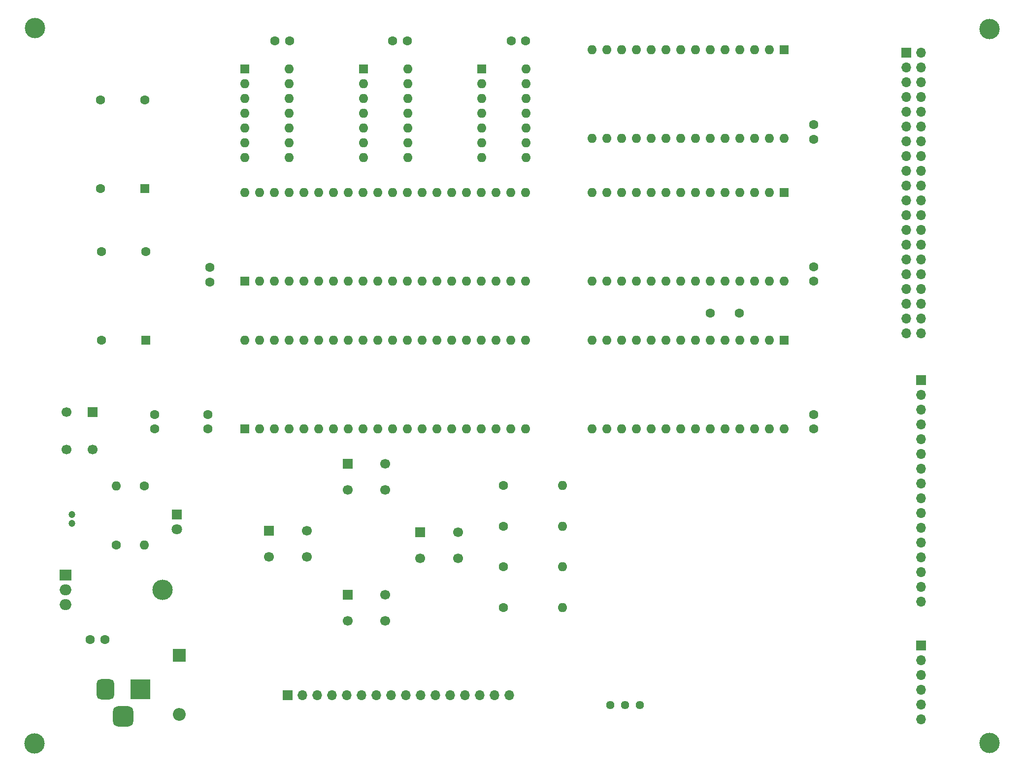
<source format=gbr>
%TF.GenerationSoftware,KiCad,Pcbnew,(6.0.7)*%
%TF.CreationDate,2022-09-03T14:48:31-04:00*%
%TF.ProjectId,6502,36353032-2e6b-4696-9361-645f70636258,1.1*%
%TF.SameCoordinates,Original*%
%TF.FileFunction,Soldermask,Top*%
%TF.FilePolarity,Negative*%
%FSLAX46Y46*%
G04 Gerber Fmt 4.6, Leading zero omitted, Abs format (unit mm)*
G04 Created by KiCad (PCBNEW (6.0.7)) date 2022-09-03 14:48:31*
%MOMM*%
%LPD*%
G01*
G04 APERTURE LIST*
G04 Aperture macros list*
%AMRoundRect*
0 Rectangle with rounded corners*
0 $1 Rounding radius*
0 $2 $3 $4 $5 $6 $7 $8 $9 X,Y pos of 4 corners*
0 Add a 4 corners polygon primitive as box body*
4,1,4,$2,$3,$4,$5,$6,$7,$8,$9,$2,$3,0*
0 Add four circle primitives for the rounded corners*
1,1,$1+$1,$2,$3*
1,1,$1+$1,$4,$5*
1,1,$1+$1,$6,$7*
1,1,$1+$1,$8,$9*
0 Add four rect primitives between the rounded corners*
20,1,$1+$1,$2,$3,$4,$5,0*
20,1,$1+$1,$4,$5,$6,$7,0*
20,1,$1+$1,$6,$7,$8,$9,0*
20,1,$1+$1,$8,$9,$2,$3,0*%
G04 Aperture macros list end*
%ADD10C,1.200000*%
%ADD11R,1.700000X1.700000*%
%ADD12C,1.700000*%
%ADD13O,1.700000X1.700000*%
%ADD14R,1.600000X1.600000*%
%ADD15O,1.600000X1.600000*%
%ADD16C,3.500000*%
%ADD17C,1.600000*%
%ADD18R,1.800000X1.800000*%
%ADD19C,1.800000*%
%ADD20RoundRect,0.875000X-0.875000X-0.875000X0.875000X-0.875000X0.875000X0.875000X-0.875000X0.875000X0*%
%ADD21RoundRect,0.750000X-0.750000X-1.000000X0.750000X-1.000000X0.750000X1.000000X-0.750000X1.000000X0*%
%ADD22R,3.500000X3.500000*%
%ADD23C,1.440000*%
%ADD24O,2.000000X1.905000*%
%ADD25R,2.000000X1.905000*%
%ADD26O,3.500000X3.500000*%
%ADD27R,2.200000X2.200000*%
%ADD28O,2.200000X2.200000*%
G04 APERTURE END LIST*
D10*
%TO.C,C1*%
X79649400Y-116213400D03*
X79649400Y-114713400D03*
%TD*%
D11*
%TO.C,SW4*%
X127016600Y-105932600D03*
D12*
X133516600Y-105932600D03*
X127016600Y-110432600D03*
X133516600Y-110432600D03*
%TD*%
%TO.C,SW5*%
X133516600Y-128432600D03*
D11*
X127016600Y-128432600D03*
D12*
X133516600Y-132932600D03*
X127016600Y-132932600D03*
%TD*%
D11*
%TO.C,J5*%
X225597800Y-91536600D03*
D13*
X225597800Y-94076600D03*
X225597800Y-96616600D03*
X225597800Y-99156600D03*
X225597800Y-101696600D03*
X225597800Y-104236600D03*
X225597800Y-106776600D03*
X225597800Y-109316600D03*
X225597800Y-111856600D03*
X225597800Y-114396600D03*
X225597800Y-116936600D03*
X225597800Y-119476600D03*
X225597800Y-122016600D03*
X225597800Y-124556600D03*
X225597800Y-127096600D03*
X225597800Y-129636600D03*
%TD*%
D11*
%TO.C,J2*%
X223067000Y-35222600D03*
D13*
X225607000Y-35222600D03*
X223067000Y-37762600D03*
X225607000Y-37762600D03*
X223067000Y-40302600D03*
X225607000Y-40302600D03*
X223067000Y-42842600D03*
X225607000Y-42842600D03*
X223067000Y-45382600D03*
X225607000Y-45382600D03*
X223067000Y-47922600D03*
X225607000Y-47922600D03*
X223067000Y-50462600D03*
X225607000Y-50462600D03*
X223067000Y-53002600D03*
X225607000Y-53002600D03*
X223067000Y-55542600D03*
X225607000Y-55542600D03*
X223067000Y-58082600D03*
X225607000Y-58082600D03*
X223067000Y-60622600D03*
X225607000Y-60622600D03*
X223067000Y-63162600D03*
X225607000Y-63162600D03*
X223067000Y-65702600D03*
X225607000Y-65702600D03*
X223067000Y-68242600D03*
X225607000Y-68242600D03*
X223067000Y-70782600D03*
X225607000Y-70782600D03*
X223067000Y-73322600D03*
X225607000Y-73322600D03*
X223067000Y-75862600D03*
X225607000Y-75862600D03*
X223067000Y-78402600D03*
X225607000Y-78402600D03*
X223067000Y-80942600D03*
X225607000Y-80942600D03*
X223067000Y-83482600D03*
X225607000Y-83482600D03*
%TD*%
D14*
%TO.C,U3*%
X202058400Y-34756800D03*
D15*
X199518400Y-34756800D03*
X196978400Y-34756800D03*
X194438400Y-34756800D03*
X191898400Y-34756800D03*
X189358400Y-34756800D03*
X186818400Y-34756800D03*
X184278400Y-34756800D03*
X181738400Y-34756800D03*
X179198400Y-34756800D03*
X176658400Y-34756800D03*
X174118400Y-34756800D03*
X171578400Y-34756800D03*
X169038400Y-34756800D03*
X169038400Y-49996800D03*
X171578400Y-49996800D03*
X174118400Y-49996800D03*
X176658400Y-49996800D03*
X179198400Y-49996800D03*
X181738400Y-49996800D03*
X184278400Y-49996800D03*
X186818400Y-49996800D03*
X189358400Y-49996800D03*
X191898400Y-49996800D03*
X194438400Y-49996800D03*
X196978400Y-49996800D03*
X199518400Y-49996800D03*
X202058400Y-49996800D03*
%TD*%
D16*
%TO.C,SW*%
X73219400Y-154040200D03*
%TD*%
D17*
%TO.C,C11*%
X155124200Y-33218200D03*
X157624200Y-33218200D03*
%TD*%
D14*
%TO.C,U2*%
X109372400Y-74574400D03*
D15*
X111912400Y-74574400D03*
X114452400Y-74574400D03*
X116992400Y-74574400D03*
X119532400Y-74574400D03*
X122072400Y-74574400D03*
X124612400Y-74574400D03*
X127152400Y-74574400D03*
X129692400Y-74574400D03*
X132232400Y-74574400D03*
X134772400Y-74574400D03*
X137312400Y-74574400D03*
X139852400Y-74574400D03*
X142392400Y-74574400D03*
X144932400Y-74574400D03*
X147472400Y-74574400D03*
X150012400Y-74574400D03*
X152552400Y-74574400D03*
X155092400Y-74574400D03*
X157632400Y-74574400D03*
X157632400Y-59334400D03*
X155092400Y-59334400D03*
X152552400Y-59334400D03*
X150012400Y-59334400D03*
X147472400Y-59334400D03*
X144932400Y-59334400D03*
X142392400Y-59334400D03*
X139852400Y-59334400D03*
X137312400Y-59334400D03*
X134772400Y-59334400D03*
X132232400Y-59334400D03*
X129692400Y-59334400D03*
X127152400Y-59334400D03*
X124612400Y-59334400D03*
X122072400Y-59334400D03*
X119532400Y-59334400D03*
X116992400Y-59334400D03*
X114452400Y-59334400D03*
X111912400Y-59334400D03*
X109372400Y-59334400D03*
%TD*%
D16*
%TO.C,SE*%
X237354200Y-153938600D03*
%TD*%
D18*
%TO.C,D2*%
X97683400Y-114646400D03*
D19*
X97683400Y-117186400D03*
%TD*%
D17*
%TO.C,C9*%
X85277400Y-136155400D03*
X82777400Y-136155400D03*
%TD*%
%TO.C,C5*%
X207157400Y-97449400D03*
X207157400Y-99949400D03*
%TD*%
%TO.C,R2*%
X87269400Y-119883000D03*
D15*
X87269400Y-109723000D03*
%TD*%
D17*
%TO.C,C4*%
X207157400Y-72049400D03*
X207157400Y-74549400D03*
%TD*%
D12*
%TO.C,SW2*%
X120016600Y-117432600D03*
D11*
X113516600Y-117432600D03*
D12*
X113516600Y-121932600D03*
X120016600Y-121932600D03*
%TD*%
D17*
%TO.C,R1*%
X92095400Y-109723000D03*
D15*
X92095400Y-119883000D03*
%TD*%
D14*
%TO.C,U5*%
X109372400Y-99974400D03*
D15*
X111912400Y-99974400D03*
X114452400Y-99974400D03*
X116992400Y-99974400D03*
X119532400Y-99974400D03*
X122072400Y-99974400D03*
X124612400Y-99974400D03*
X127152400Y-99974400D03*
X129692400Y-99974400D03*
X132232400Y-99974400D03*
X134772400Y-99974400D03*
X137312400Y-99974400D03*
X139852400Y-99974400D03*
X142392400Y-99974400D03*
X144932400Y-99974400D03*
X147472400Y-99974400D03*
X150012400Y-99974400D03*
X152552400Y-99974400D03*
X155092400Y-99974400D03*
X157632400Y-99974400D03*
X157632400Y-84734400D03*
X155092400Y-84734400D03*
X152552400Y-84734400D03*
X150012400Y-84734400D03*
X147472400Y-84734400D03*
X144932400Y-84734400D03*
X142392400Y-84734400D03*
X139852400Y-84734400D03*
X137312400Y-84734400D03*
X134772400Y-84734400D03*
X132232400Y-84734400D03*
X129692400Y-84734400D03*
X127152400Y-84734400D03*
X124612400Y-84734400D03*
X122072400Y-84734400D03*
X119532400Y-84734400D03*
X116992400Y-84734400D03*
X114452400Y-84734400D03*
X111912400Y-84734400D03*
X109372400Y-84734400D03*
%TD*%
D14*
%TO.C,X2*%
X92197000Y-58618200D03*
D17*
X92197000Y-43378200D03*
X84577000Y-43378200D03*
X84577000Y-58618200D03*
%TD*%
D20*
%TO.C,J1*%
X88427400Y-149397900D03*
D21*
X85427400Y-144697900D03*
D22*
X91427400Y-144697900D03*
%TD*%
D17*
%TO.C,R4*%
X153766600Y-116662600D03*
D15*
X163926600Y-116662600D03*
%TD*%
D17*
%TO.C,C3*%
X103022400Y-97454400D03*
X103022400Y-99954400D03*
%TD*%
D12*
%TO.C,SW3*%
X146016600Y-117682600D03*
D11*
X139516600Y-117682600D03*
D12*
X146016600Y-122182600D03*
X139516600Y-122182600D03*
%TD*%
D15*
%TO.C,U9*%
X117014200Y-38039200D03*
X117014200Y-40579200D03*
X117014200Y-43119200D03*
X117014200Y-45659200D03*
X117014200Y-48199200D03*
X117014200Y-50739200D03*
X117014200Y-53279200D03*
X109394200Y-53279200D03*
X109394200Y-50739200D03*
X109394200Y-48199200D03*
X109394200Y-45659200D03*
X109394200Y-43119200D03*
X109394200Y-40579200D03*
D14*
X109394200Y-38039200D03*
%TD*%
D23*
%TO.C,RV1*%
X177236200Y-147467400D03*
X174696200Y-147467400D03*
X172156200Y-147467400D03*
%TD*%
D17*
%TO.C,C7*%
X93873400Y-99949400D03*
X93873400Y-97449400D03*
%TD*%
D13*
%TO.C,J4*%
X225572000Y-149930800D03*
X225572000Y-147390800D03*
X225572000Y-144850800D03*
X225572000Y-142310800D03*
X225572000Y-139770800D03*
D11*
X225572000Y-137230800D03*
%TD*%
D17*
%TO.C,C12*%
X207128200Y-50134200D03*
X207128200Y-47634200D03*
%TD*%
%TO.C,C6*%
X134773400Y-33218200D03*
X137273400Y-33218200D03*
%TD*%
D14*
%TO.C,U7*%
X129739600Y-38039200D03*
D15*
X129739600Y-40579200D03*
X129739600Y-43119200D03*
X129739600Y-45659200D03*
X129739600Y-48199200D03*
X129739600Y-50739200D03*
X129739600Y-53279200D03*
X137359600Y-53279200D03*
X137359600Y-50739200D03*
X137359600Y-48199200D03*
X137359600Y-45659200D03*
X137359600Y-43119200D03*
X137359600Y-40579200D03*
X137359600Y-38039200D03*
%TD*%
D17*
%TO.C,C2*%
X103327200Y-72206800D03*
X103327200Y-74706800D03*
%TD*%
%TO.C,R3*%
X153766600Y-109682600D03*
D15*
X163926600Y-109682600D03*
%TD*%
%TO.C,U6*%
X157705000Y-38039200D03*
X157705000Y-40579200D03*
X157705000Y-43119200D03*
X157705000Y-45659200D03*
X157705000Y-48199200D03*
X157705000Y-50739200D03*
X157705000Y-53279200D03*
X150085000Y-53279200D03*
X150085000Y-50739200D03*
X150085000Y-48199200D03*
X150085000Y-45659200D03*
X150085000Y-43119200D03*
X150085000Y-40579200D03*
D14*
X150085000Y-38039200D03*
%TD*%
D12*
%TO.C,SW1*%
X83227400Y-103535400D03*
D11*
X83227400Y-97035400D03*
D12*
X78727400Y-97035400D03*
X78727400Y-103535400D03*
%TD*%
D17*
%TO.C,R5*%
X153766600Y-123662600D03*
D15*
X163926600Y-123662600D03*
%TD*%
D14*
%TO.C,U4*%
X202092400Y-59324400D03*
D15*
X199552400Y-59324400D03*
X197012400Y-59324400D03*
X194472400Y-59324400D03*
X191932400Y-59324400D03*
X189392400Y-59324400D03*
X186852400Y-59324400D03*
X184312400Y-59324400D03*
X181772400Y-59324400D03*
X179232400Y-59324400D03*
X176692400Y-59324400D03*
X174152400Y-59324400D03*
X171612400Y-59324400D03*
X169072400Y-59324400D03*
X169072400Y-74564400D03*
X171612400Y-74564400D03*
X174152400Y-74564400D03*
X176692400Y-74564400D03*
X179232400Y-74564400D03*
X181772400Y-74564400D03*
X184312400Y-74564400D03*
X186852400Y-74564400D03*
X189392400Y-74564400D03*
X191932400Y-74564400D03*
X194472400Y-74564400D03*
X197012400Y-74564400D03*
X199552400Y-74564400D03*
X202092400Y-74564400D03*
%TD*%
D14*
%TO.C,U8*%
X202072400Y-84724400D03*
D15*
X199532400Y-84724400D03*
X196992400Y-84724400D03*
X194452400Y-84724400D03*
X191912400Y-84724400D03*
X189372400Y-84724400D03*
X186832400Y-84724400D03*
X184292400Y-84724400D03*
X181752400Y-84724400D03*
X179212400Y-84724400D03*
X176672400Y-84724400D03*
X174132400Y-84724400D03*
X171592400Y-84724400D03*
X169052400Y-84724400D03*
X169052400Y-99964400D03*
X171592400Y-99964400D03*
X174132400Y-99964400D03*
X176672400Y-99964400D03*
X179212400Y-99964400D03*
X181752400Y-99964400D03*
X184292400Y-99964400D03*
X186832400Y-99964400D03*
X189372400Y-99964400D03*
X191912400Y-99964400D03*
X194452400Y-99964400D03*
X196992400Y-99964400D03*
X199532400Y-99964400D03*
X202072400Y-99964400D03*
%TD*%
D14*
%TO.C,X1*%
X92298600Y-84678600D03*
D17*
X92298600Y-69438600D03*
X84678600Y-69438600D03*
X84678600Y-84678600D03*
%TD*%
D16*
%TO.C,NW*%
X73270200Y-31053400D03*
%TD*%
D17*
%TO.C,C10*%
X189366600Y-80005000D03*
X194366600Y-80005000D03*
%TD*%
D16*
%TO.C,NE*%
X237354200Y-31205800D03*
%TD*%
D17*
%TO.C,C8*%
X114535000Y-33218200D03*
X117035000Y-33218200D03*
%TD*%
D24*
%TO.C,U1*%
X78547400Y-130195400D03*
X78547400Y-127655400D03*
D25*
X78547400Y-125115400D03*
D26*
X95207400Y-127655400D03*
%TD*%
D17*
%TO.C,R6*%
X153766600Y-130662600D03*
D15*
X163926600Y-130662600D03*
%TD*%
D27*
%TO.C,D1*%
X98127400Y-138895400D03*
D28*
X98127400Y-149055400D03*
%TD*%
D11*
%TO.C,J3*%
X116733400Y-145740200D03*
D13*
X119273400Y-145740200D03*
X121813400Y-145740200D03*
X124353400Y-145740200D03*
X126893400Y-145740200D03*
X129433400Y-145740200D03*
X131973400Y-145740200D03*
X134513400Y-145740200D03*
X137053400Y-145740200D03*
X139593400Y-145740200D03*
X142133400Y-145740200D03*
X144673400Y-145740200D03*
X147213400Y-145740200D03*
X149753400Y-145740200D03*
X152293400Y-145740200D03*
X154833400Y-145740200D03*
%TD*%
M02*

</source>
